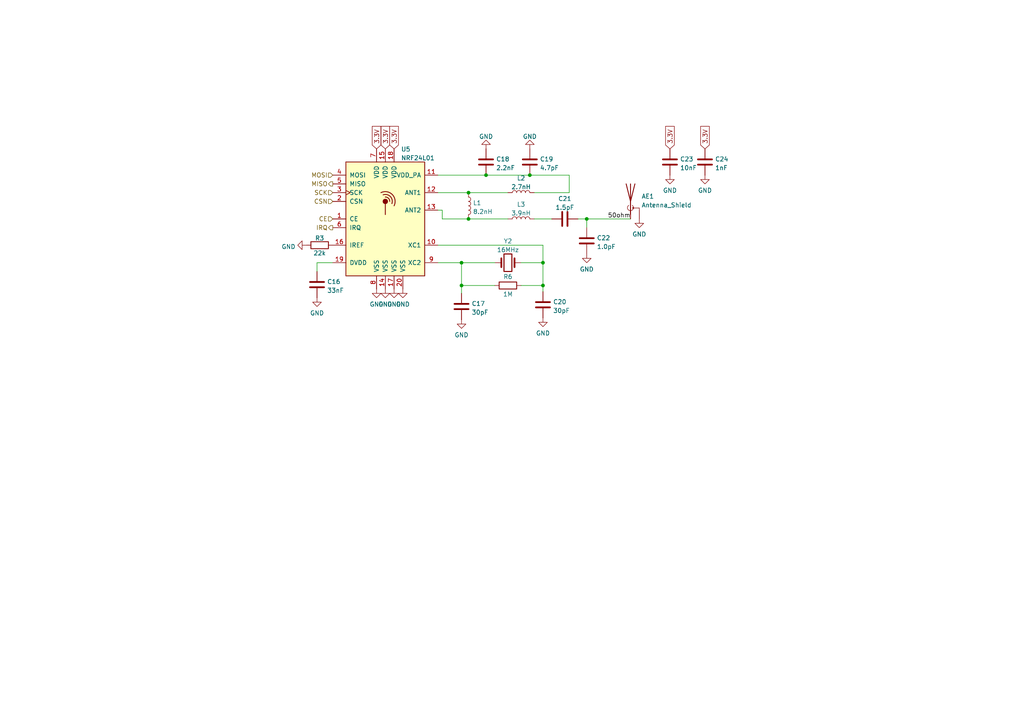
<source format=kicad_sch>
(kicad_sch (version 20211123) (generator eeschema)
  (paper "A4")
  (lib_symbols
    (symbol "Device:Antenna_Shield" (pin_numbers hide) (pin_names (offset 1.016) hide)
      (property "Reference" "AE" (at -1.905 4.445 0))
      (property "Value" "Antenna_Shield" (at -1.905 2.54 0))
      (symbol "Antenna_Shield_0_1"
        (arc (start -0.508 -1.143) (mid -0.8429 -2.1194) (end 0 -2.667))
        (arc (start 0 -2.667) (mid 0.7989 -2.1052) (end 0.508 -1.143))
        (polyline (pts (xy 0 -2.54) (xy 0 0)))
        (polyline (pts (xy 0 5.08) (xy 0 -3.81)) (stroke (width 0.254)))
        (polyline (pts (xy 0.762 -1.905) (xy 2.54 -1.905)))
        (polyline (pts (xy 2.54 -2.54) (xy 2.54 -1.905)))
        (polyline (pts (xy 1.27 5.08) (xy 0 0) (xy -1.27 5.08)) (stroke (width 0.254)))
        (circle (center 0.762 -1.905) (radius 0.1778) (fill (type outline)))
      )
      (symbol "Antenna_Shield_1_1"
        (pin input line (at 0 -5.08 90) (length 2.54) (name "A") (number "1"))
        (pin input line (at 2.54 -5.08 90) (length 2.54) (name "Shield") (number "2"))
      )
    )
    (symbol "Device:C" (pin_numbers hide) (pin_names (offset 0.254))
      (property "Reference" "C" (at 0.635 2.54 0))
      (property "Value" "C" (at 0.635 -2.54 0))
      (symbol "C_0_1"
        (polyline (pts (xy -2.032 -0.762) (xy 2.032 -0.762)) (stroke (width 0.508)))
        (polyline (pts (xy -2.032 0.762) (xy 2.032 0.762)) (stroke (width 0.508)))
      )
      (symbol "C_1_1"
        (pin passive line (at 0 3.81 270) (length 2.794) (name "~") (number "1"))
        (pin passive line (at 0 -3.81 90) (length 2.794) (name "~") (number "2"))
      )
    )
    (symbol "Device:Crystal" (pin_numbers hide) (pin_names (offset 1.016) hide)
      (property "Reference" "Y" (at 0 3.81 0))
      (property "Value" "Crystal" (at 0 -3.81 0))
      (symbol "Crystal_0_1"
        (rectangle (start -1.143 2.54) (end 1.143 -2.54) (stroke (width 0.3048)))
        (polyline (pts (xy -2.54 0) (xy -1.905 0)))
        (polyline (pts (xy -1.905 -1.27) (xy -1.905 1.27)) (stroke (width 0.508)))
        (polyline (pts (xy 1.905 -1.27) (xy 1.905 1.27)) (stroke (width 0.508)))
        (polyline (pts (xy 2.54 0) (xy 1.905 0)))
      )
      (symbol "Crystal_1_1"
        (pin passive line (at -3.81 0 0) (length 1.27) (name "1") (number "1"))
        (pin passive line (at 3.81 0 180) (length 1.27) (name "2") (number "2"))
      )
    )
    (symbol "Device:L" (pin_numbers hide) (pin_names (offset 1.016) hide)
      (property "Reference" "L" (at -1.27 0 90))
      (property "Value" "L" (at 1.905 0 90))
      (symbol "L_0_1"
        (arc (start 0 -2.54) (mid 0.635 -1.905) (end 0 -1.27))
        (arc (start 0 -1.27) (mid 0.635 -0.635) (end 0 0))
        (arc (start 0 0) (mid 0.635 0.635) (end 0 1.27))
        (arc (start 0 1.27) (mid 0.635 1.905) (end 0 2.54))
      )
      (symbol "L_1_1"
        (pin passive line (at 0 3.81 270) (length 1.27) (name "1") (number "1"))
        (pin passive line (at 0 -3.81 90) (length 1.27) (name "2") (number "2"))
      )
    )
    (symbol "Device:R" (pin_numbers hide) (pin_names (offset 0))
      (property "Reference" "R" (at 2.032 0 90))
      (property "Value" "R" (at 0 0 90))
      (symbol "R_0_1"
        (rectangle (start -1.016 -2.54) (end 1.016 2.54) (stroke (width 0.254)))
      )
      (symbol "R_1_1"
        (pin passive line (at 0 3.81 270) (length 1.27) (name "~") (number "1"))
        (pin passive line (at 0 -3.81 90) (length 1.27) (name "~") (number "2"))
      )
    )
    (symbol "RF:NRF24L01" (pin_names (offset 1.016))
      (property "Reference" "U" (at -11.43 17.78 0))
      (property "Value" "NRF24L01" (at 5.08 17.78 0))
      (symbol "NRF24L01_0_1"
        (rectangle (start -11.43 16.51) (end 11.43 -16.51) (stroke (width 0.254)) (fill (type background)))
        (polyline (pts (xy 0 4.445) (xy 0 1.27)) (stroke (width 0.254)))
        (circle (center 0 5.08) (radius 0.635) (stroke (width 0.254)) (fill (type outline)))
        (arc (start 1.27 5.08) (mid 0.9071 5.9946) (end 0 6.35) (stroke (width 0.254)))
        (arc (start 1.905 4.445) (mid 1.4313 6.5254) (end -0.635 6.985) (stroke (width 0.254)))
        (arc (start 2.54 3.81) (mid 2.008 7.088) (end -1.27 7.62) (stroke (width 0.254)))
        (rectangle (start 11.43 -13.97) (end 11.43 -13.97))
      )
      (symbol "NRF24L01_1_1"
        (pin input line (at -15.24 0 0) (length 3.81) (name "CE") (number "1"))
        (pin passive line (at 15.24 -7.62 180) (length 3.81) (name "XC1") (number "10"))
        (pin power_out line (at 15.24 12.7 180) (length 3.81) (name "VDD_PA") (number "11"))
        (pin passive line (at 15.24 7.62 180) (length 3.81) (name "ANT1") (number "12"))
        (pin passive line (at 15.24 2.54 180) (length 3.81) (name "ANT2") (number "13"))
        (pin power_in line (at 0 -20.32 90) (length 3.81) (name "VSS") (number "14"))
        (pin power_in line (at 0 20.32 270) (length 3.81) (name "VDD") (number "15"))
        (pin passive line (at -15.24 -7.62 0) (length 3.81) (name "IREF") (number "16"))
        (pin power_in line (at 2.54 -20.32 90) (length 3.81) (name "VSS") (number "17"))
        (pin power_in line (at 2.54 20.32 270) (length 3.81) (name "VDD") (number "18"))
        (pin power_out line (at -15.24 -12.7 0) (length 3.81) (name "DVDD") (number "19"))
        (pin input line (at -15.24 5.08 0) (length 3.81) (name "CSN") (number "2"))
        (pin power_in line (at 5.08 -20.32 90) (length 3.81) (name "VSS") (number "20"))
        (pin input clock (at -15.24 7.62 0) (length 3.81) (name "SCK") (number "3"))
        (pin input line (at -15.24 12.7 0) (length 3.81) (name "MOSI") (number "4"))
        (pin output line (at -15.24 10.16 0) (length 3.81) (name "MISO") (number "5"))
        (pin output line (at -15.24 -2.54 0) (length 3.81) (name "IRQ") (number "6"))
        (pin power_in line (at -2.54 20.32 270) (length 3.81) (name "VDD") (number "7"))
        (pin power_in line (at -2.54 -20.32 90) (length 3.81) (name "VSS") (number "8"))
        (pin passive line (at 15.24 -12.7 180) (length 3.81) (name "XC2") (number "9"))
      )
    )
    (symbol "power:GND" (power) (pin_names (offset 0))
      (property "Value" "GND" (at 0 -3.81 0))
      (symbol "GND_0_1"
        (polyline (pts (xy 0 0) (xy 0 -1.27) (xy 1.27 -1.27) (xy 0 -2.54) (xy -1.27 -1.27) (xy 0 -1.27)))
      )
      (symbol "GND_1_1"
        (pin power_in line (at 0 0 270) (length 0) hide (name "GND") (number "1"))
      )
    )
  )
  (junction (at 170.18 63.5))
  (junction (at 135.89 55.88))
  (junction (at 140.97 50.8))
  (junction (at 133.858 82.804))
  (junction (at 135.89 63.5))
  (junction (at 133.858 76.2))
  (junction (at 157.48 82.804))
  (junction (at 153.67 50.8))
  (junction (at 157.48 76.2))
  (wire (pts (xy 157.48 71.12) (xy 157.48 76.2)))
  (wire (pts (xy 135.89 55.88) (xy 147.32 55.88)))
  (wire (pts (xy 170.18 63.5) (xy 182.88 63.5)))
  (wire (pts (xy 140.97 50.8) (xy 127 50.8)))
  (wire (pts (xy 133.858 82.804) (xy 133.858 76.2)))
  (wire (pts (xy 154.94 63.5) (xy 160.02 63.5)))
  (wire (pts (xy 157.48 71.12) (xy 127 71.12)))
  (wire (pts (xy 133.858 85.09) (xy 133.858 82.804)))
  (wire (pts (xy 151.13 76.2) (xy 157.48 76.2)))
  (wire (pts (xy 133.858 76.2) (xy 143.51 76.2)))
  (wire (pts (xy 140.97 50.8) (xy 153.67 50.8)))
  (wire (pts (xy 165.1 50.8) (xy 153.67 50.8)))
  (wire (pts (xy 91.948 76.2) (xy 91.948 78.74)))
  (wire (pts (xy 157.48 82.804) (xy 157.48 84.582)))
  (wire (pts (xy 165.1 55.88) (xy 165.1 50.8)))
  (wire (pts (xy 128.27 60.96) (xy 128.27 63.5)))
  (wire (pts (xy 135.89 63.5) (xy 147.32 63.5)))
  (wire (pts (xy 96.52 76.2) (xy 91.948 76.2)))
  (wire (pts (xy 128.27 63.5) (xy 135.89 63.5)))
  (wire (pts (xy 167.64 63.5) (xy 170.18 63.5)))
  (wire (pts (xy 170.18 63.5) (xy 170.18 66.04)))
  (wire (pts (xy 127 60.96) (xy 128.27 60.96)))
  (wire (pts (xy 133.858 76.2) (xy 127 76.2)))
  (wire (pts (xy 127 55.88) (xy 135.89 55.88)))
  (wire (pts (xy 157.48 76.2) (xy 157.48 82.804)))
  (wire (pts (xy 154.94 55.88) (xy 165.1 55.88)))
  (wire (pts (xy 151.13 82.804) (xy 157.48 82.804)))
  (wire (pts (xy 133.858 82.804) (xy 143.51 82.804)))
  (label "50ohm" (at 182.88 63.5 180))
  (global_label "3.3V" (shape input) (at 114.3 43.18 90) (property "Intersheet References" "${INTERSHEET_REFS}" (effects hide)))
  (global_label "3.3V" (shape input) (at 204.47 43.18 90) (property "Intersheet References" "${INTERSHEET_REFS}" (effects hide)))
  (global_label "3.3V" (shape input) (at 111.76 43.18 90) (property "Intersheet References" "${INTERSHEET_REFS}" (effects hide)))
  (global_label "3.3V" (shape input) (at 109.22 43.18 90) (property "Intersheet References" "${INTERSHEET_REFS}" (effects hide)))
  (global_label "3.3V" (shape input) (at 194.31 43.18 90) (property "Intersheet References" "${INTERSHEET_REFS}" (effects hide)))
  (hierarchical_label "SCK" (shape input) (at 96.52 55.88 180))
  (hierarchical_label "CE" (shape input) (at 96.52 63.5 180))
  (hierarchical_label "CSN" (shape input) (at 96.52 58.42 180))
  (hierarchical_label "IRQ" (shape output) (at 96.52 66.04 180))
  (hierarchical_label "MOSI" (shape input) (at 96.52 50.8 180))
  (hierarchical_label "MISO" (shape output) (at 96.52 53.34 180))
  (symbol (lib_id "power:GND") (at 170.18 73.66 0) (unit 1)
    (property "Reference" "#PWR0109" (effects hide))
    (property "Value" "GND" (at 170.18 78.1034 0))
  )
  (symbol (lib_id "power:GND") (at 116.84 83.82 0) (unit 1)
    (property "Reference" "#PWR0103" (effects hide))
    (property "Value" "GND" (at 116.84 88.2634 0))
  )
  (symbol (lib_id "power:GND") (at 88.9 71.12 270) (unit 1)
    (property "Reference" "#PWR0101" (effects hide))
    (property "Value" "GND" (at 85.7251 71.5538 90) (effects (justify right)))
  )
  (symbol (lib_id "RF:NRF24L01") (at 111.76 63.5 0) (unit 1)
    (property "Reference" "U5" (at 116.3194 43.2902 0) (effects (justify left)))
    (property "Value" "NRF24L01" (at 116.3194 45.8271 0) (effects (justify left)))
    (property "Footprint" "Package_DFN_QFN:QFN-20-1EP_4x4mm_P0.5mm_EP2.5x2.5mm" (effects hide))
    (property "Datasheet" "http://www.nordicsemi.com/eng/content/download/2730/34105/file/nRF24L01_Product_Specification_v2_0.pdf" (effects hide))
    (property "DIGIKEY" "https://www.digikey.de/en/products/detail/nordic-semiconductor-asa/NRF24L01P-T/4626383" (effects hide))
  )
  (symbol (lib_id "power:GND") (at 194.31 50.8 0) (unit 1)
    (property "Reference" "#PWR0113" (effects hide))
    (property "Value" "GND" (at 194.31 55.2434 0))
  )
  (symbol (lib_id "Device:C") (at 91.948 82.55 0) (unit 1)
    (property "Reference" "C16" (at 94.869 81.7153 0) (effects (justify left)))
    (property "Value" "33nF" (at 94.869 84.2522 0) (effects (justify left)))
    (property "Footprint" "Capacitor_SMD:C_0603_1608Metric" (effects hide))
  )
  (symbol (lib_id "Device:Crystal") (at 147.32 76.2 180) (unit 1)
    (property "Reference" "Y2" (at 147.32 69.9348 0))
    (property "Value" "16MHz" (at 147.32 72.4717 0))
    (property "Footprint" "Crystal:Crystal_SMD_HC49-SD" (effects hide))
    (property "DIGIKEY" "https://www.digikey.de/en/products/detail/ecs-inc/ECS-160-20-3X-EN-TR/2676623" (effects hide))
  )
  (symbol (lib_id "Device:C") (at 140.97 46.99 0) (unit 1)
    (property "Reference" "C18" (at 143.891 46.1553 0) (effects (justify left)))
    (property "Value" "2.2nF" (at 143.891 48.6922 0) (effects (justify left)))
    (property "Footprint" "Capacitor_SMD:C_0603_1608Metric" (effects hide))
  )
  (symbol (lib_id "power:GND") (at 133.858 92.71 0) (unit 1)
    (property "Reference" "#PWR0107" (effects hide))
    (property "Value" "GND" (at 133.858 97.1534 0))
  )
  (symbol (lib_id "power:GND") (at 153.67 43.18 180) (unit 1)
    (property "Reference" "#PWR0111" (effects hide))
    (property "Value" "GND" (at 153.67 39.6042 0))
  )
  (symbol (lib_id "power:GND") (at 111.76 83.82 0) (unit 1)
    (property "Reference" "#PWR0106" (effects hide))
    (property "Value" "GND" (at 111.76 88.2634 0))
  )
  (symbol (lib_id "power:GND") (at 157.48 92.202 0) (unit 1)
    (property "Reference" "#PWR0108" (effects hide))
    (property "Value" "GND" (at 157.48 96.6454 0))
  )
  (symbol (lib_id "Device:Antenna_Shield") (at 182.88 58.42 0) (unit 1) (in_bom no)
    (property "Reference" "AE1" (at 186.055 56.9503 0) (effects (justify left)))
    (property "Value" "Antenna_Shield" (at 186.055 59.4872 0) (effects (justify left)))
    (property "Footprint" "sparkfun:TRACE_ANTENNA_2.4GHZ_15.2MM" (effects hide))
  )
  (symbol (lib_id "Device:R") (at 92.71 71.12 90) (unit 1)
    (property "Reference" "R3" (at 92.71 69.088 90))
    (property "Value" "22k" (at 92.71 73.406 90))
    (property "Footprint" "Resistor_SMD:R_0603_1608Metric" (effects hide))
  )
  (symbol (lib_id "Device:C") (at 133.858 88.9 0) (unit 1)
    (property "Reference" "C17" (at 136.779 88.0653 0) (effects (justify left)))
    (property "Value" "30pF" (at 136.779 90.6022 0) (effects (justify left)))
    (property "Footprint" "Capacitor_SMD:C_0603_1608Metric" (effects hide))
  )
  (symbol (lib_id "power:GND") (at 114.3 83.82 0) (unit 1)
    (property "Reference" "#PWR0104" (effects hide))
    (property "Value" "GND" (at 114.3 88.2634 0))
  )
  (symbol (lib_id "Device:L") (at 151.13 63.5 90) (unit 1)
    (property "Reference" "L3" (at 151.13 59.2922 90))
    (property "Value" "3.9nH" (at 151.13 61.8291 90))
    (property "Footprint" "Inductor_SMD:L_0603_1608Metric" (effects hide))
  )
  (symbol (lib_id "Device:R") (at 147.32 82.804 90) (unit 1)
    (property "Reference" "R6" (at 147.32 80.264 90))
    (property "Value" "1M" (at 147.32 85.344 90))
    (property "Footprint" "Resistor_SMD:R_0603_1608Metric" (effects hide))
    (property "DIGIKEY" "https://www.digikey.de/en/products/detail/walsin-technology-corporation/WR06X1004FTL/13241115" (effects hide))
  )
  (symbol (lib_id "Device:C") (at 163.83 63.5 90) (unit 1)
    (property "Reference" "C21" (at 163.83 57.6412 90))
    (property "Value" "1.5pF" (at 163.83 60.1781 90))
    (property "Footprint" "Capacitor_SMD:C_0603_1608Metric" (effects hide))
  )
  (symbol (lib_id "power:GND") (at 91.948 86.36 0) (unit 1)
    (property "Reference" "#PWR0102" (effects hide))
    (property "Value" "GND" (at 91.948 90.8034 0))
  )
  (symbol (lib_id "Device:C") (at 194.31 46.99 0) (unit 1)
    (property "Reference" "C23" (at 197.231 46.1553 0) (effects (justify left)))
    (property "Value" "10nF" (at 197.231 48.6922 0) (effects (justify left)))
    (property "Footprint" "Capacitor_SMD:C_0603_1608Metric" (effects hide))
  )
  (symbol (lib_id "Device:C") (at 170.18 69.85 180) (unit 1)
    (property "Reference" "C22" (at 173.101 69.0153 0) (effects (justify right)))
    (property "Value" "1.0pF" (at 173.101 71.5522 0) (effects (justify right)))
    (property "Footprint" "Capacitor_SMD:C_0603_1608Metric" (effects hide))
  )
  (symbol (lib_id "power:GND") (at 185.42 63.5 0) (unit 1)
    (property "Reference" "#PWR031" (effects hide))
    (property "Value" "GND" (at 185.42 67.9434 0))
  )
  (symbol (lib_id "power:GND") (at 140.97 43.18 180) (unit 1)
    (property "Reference" "#PWR0110" (effects hide))
    (property "Value" "GND" (at 140.97 39.6042 0))
  )
  (symbol (lib_id "power:GND") (at 204.47 50.8 0) (unit 1)
    (property "Reference" "#PWR0112" (effects hide))
    (property "Value" "GND" (at 204.47 55.2434 0))
  )
  (symbol (lib_id "power:GND") (at 109.22 83.82 0) (unit 1)
    (property "Reference" "#PWR0105" (effects hide))
    (property "Value" "GND" (at 109.22 88.2634 0))
  )
  (symbol (lib_id "Device:C") (at 153.67 46.99 0) (unit 1)
    (property "Reference" "C19" (at 156.591 46.1553 0) (effects (justify left)))
    (property "Value" "4.7pF" (at 156.591 48.6922 0) (effects (justify left)))
    (property "Footprint" "Capacitor_SMD:C_0603_1608Metric" (effects hide))
  )
  (symbol (lib_id "Device:C") (at 157.48 88.392 0) (unit 1)
    (property "Reference" "C20" (at 160.401 87.5573 0) (effects (justify left)))
    (property "Value" "30pF" (at 160.401 90.0942 0) (effects (justify left)))
    (property "Footprint" "Capacitor_SMD:C_0603_1608Metric" (effects hide))
  )
  (symbol (lib_id "Device:L") (at 135.89 59.69 0) (unit 1)
    (property "Reference" "L1" (at 137.16 58.8553 0) (effects (justify left)))
    (property "Value" "8.2nH" (at 137.16 61.3922 0) (effects (justify left)))
    (property "Footprint" "Inductor_SMD:L_0603_1608Metric" (effects hide))
  )
  (symbol (lib_id "Device:L") (at 151.13 55.88 90) (unit 1)
    (property "Reference" "L2" (at 151.13 51.6722 90))
    (property "Value" "2.7nH" (at 151.13 54.2091 90))
    (property "Footprint" "Inductor_SMD:L_0603_1608Metric" (effects hide))
  )
  (symbol (lib_id "Device:C") (at 204.47 46.99 0) (unit 1)
    (property "Reference" "C24" (at 207.391 46.1553 0) (effects (justify left)))
    (property "Value" "1nF" (at 207.391 48.6922 0) (effects (justify left)))
    (property "Footprint" "Capacitor_SMD:C_0603_1608Metric" (effects hide))
  )
)
</source>
